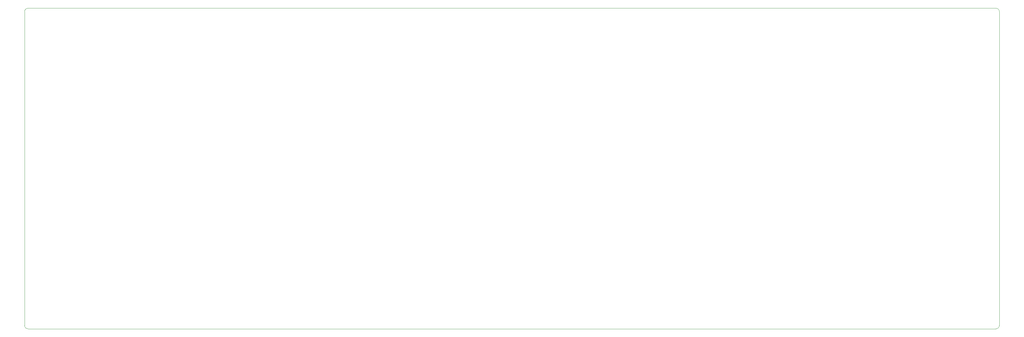
<source format=gm1>
G04 #@! TF.GenerationSoftware,KiCad,Pcbnew,(6.0.7-1)-1*
G04 #@! TF.CreationDate,2022-10-11T23:10:25+02:00*
G04 #@! TF.ProjectId,yts-pcb,7974732d-7063-4622-9e6b-696361645f70,rev?*
G04 #@! TF.SameCoordinates,Original*
G04 #@! TF.FileFunction,Profile,NP*
%FSLAX46Y46*%
G04 Gerber Fmt 4.6, Leading zero omitted, Abs format (unit mm)*
G04 Created by KiCad (PCBNEW (6.0.7-1)-1) date 2022-10-11 23:10:25*
%MOMM*%
%LPD*%
G01*
G04 APERTURE LIST*
G04 #@! TA.AperFunction,Profile*
%ADD10C,0.100000*%
G04 #@! TD*
G04 APERTURE END LIST*
D10*
X347000000Y-89300000D02*
G75*
G03*
X346000000Y-88300000I-1000000J0D01*
G01*
X63050000Y-88300027D02*
G75*
G03*
X62000000Y-89342462I-7500J-1042473D01*
G01*
X347000000Y-89300000D02*
X346997959Y-181302041D01*
X63000000Y-182300000D02*
X346000000Y-182300000D01*
X62000000Y-181300000D02*
G75*
G03*
X63000000Y-182300000I1000000J0D01*
G01*
X63050000Y-88300000D02*
X346000000Y-88300000D01*
X62000000Y-89342462D02*
X62000000Y-181300000D01*
X346000000Y-182299959D02*
G75*
G03*
X346997959Y-181302041I0J997959D01*
G01*
M02*

</source>
